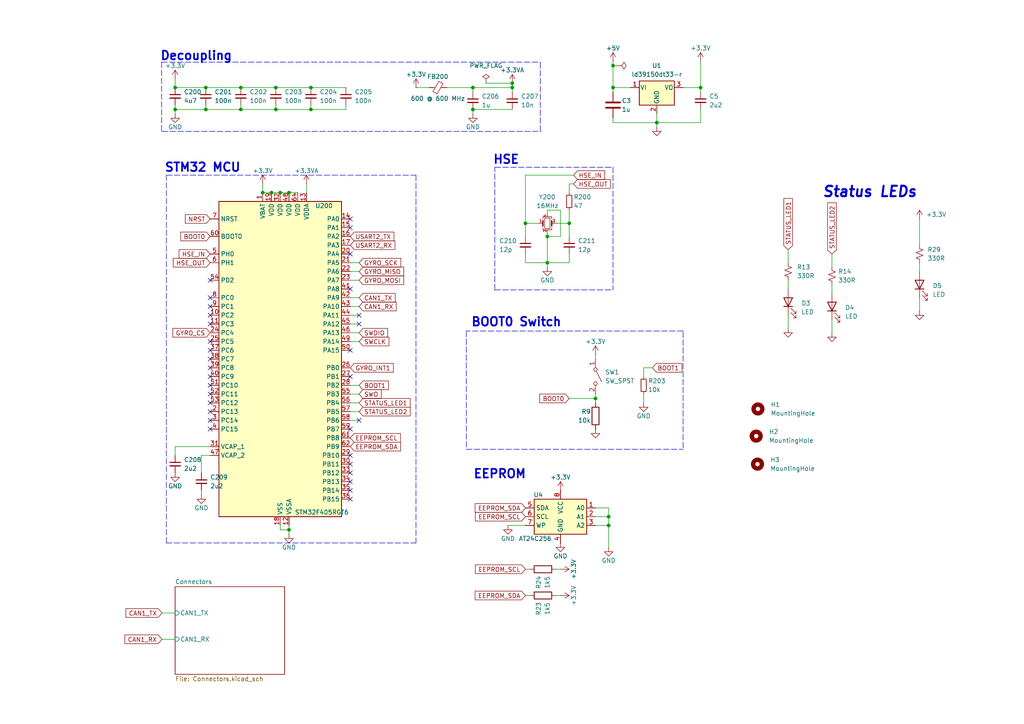
<source format=kicad_sch>
(kicad_sch (version 20250114) (generator "eeschema") (generator_version "9.0")
  (paper "A4")
  (title_block (title "STM32_Sensor_MX") (date "2025-06-03") (rev "1.0"))
  (lib_symbols
    (symbol "Device:C" (pin_numbers (hide yes)) (pin_names (offset 0.254))
      (property "Reference" "C" (at 0.635 2.54 0))
      (property "Value" "C" (at 0.635 -2.54 0))
      (symbol "C_0_1"
        (polyline (pts (xy -2.032 0.762) (xy 2.032 0.762)) (stroke (width 0.508)))
        (polyline (pts (xy -2.032 -0.762) (xy 2.032 -0.762)) (stroke (width 0.508)))
      )
      (symbol "C_1_1"
        (pin passive line (at 0 3.81 270) (length 2.794) (name "~") (number "1"))
        (pin passive line (at 0 -3.81 90) (length 2.794) (name "~") (number "2"))
      )
    )
    (symbol "Device:C_Small" (pin_numbers (hide yes)) (pin_names (offset 0.254) (hide yes))
      (property "Reference" "C" (at 0.254 1.778 0))
      (property "Value" "C_Small" (at 0.254 -2.032 0))
      (symbol "C_Small_0_1"
        (polyline (pts (xy -1.524 0.508) (xy 1.524 0.508)) (stroke (width 0.3048)))
        (polyline (pts (xy -1.524 -0.508) (xy 1.524 -0.508)) (stroke (width 0.3302)))
      )
      (symbol "C_Small_1_1"
        (pin passive line (at 0 2.54 270) (length 2.032) (name "~") (number "1"))
        (pin passive line (at 0 -2.54 90) (length 2.032) (name "~") (number "2"))
      )
    )
    (symbol "Device:Crystal_GND24_Small" (pin_names (offset 1.016) (hide yes))
      (property "Reference" "Y" (at 1.27 4.445 0))
      (property "Value" "Crystal_GND24_Small" (at 1.27 2.54 0))
      (symbol "Crystal_GND24_Small_0_1"
        (polyline (pts (xy -1.27 1.27) (xy -1.27 1.905) (xy 1.27 1.905) (xy 1.27 1.27)))
        (polyline (pts (xy -1.27 -0.762) (xy -1.27 0.762)) (stroke (width 0.381)))
        (polyline (pts (xy -1.27 -1.27) (xy -1.27 -1.905) (xy 1.27 -1.905) (xy 1.27 -1.27)))
        (rectangle (start -0.762 -1.524) (end 0.762 1.524))
        (polyline (pts (xy 1.27 -0.762) (xy 1.27 0.762)) (stroke (width 0.381)))
      )
      (symbol "Crystal_GND24_Small_1_1"
        (pin passive line (at -2.54 0 0) (length 1.27) (name "1") (number "1"))
        (pin passive line (at 0 2.54 270) (length 0.635) (name "4") (number "4"))
        (pin passive line (at 0 -2.54 90) (length 0.635) (name "2") (number "2"))
        (pin passive line (at 2.54 0 180) (length 1.27) (name "3") (number "3"))
      )
    )
    (symbol "Device:FerriteBead_Small" (pin_numbers (hide yes)) (pin_names (offset 0))
      (property "Reference" "FB" (at 1.905 1.27 0))
      (property "Value" "FerriteBead_Small" (at 1.905 -1.27 0))
      (symbol "FerriteBead_Small_0_1"
        (polyline (pts (xy -1.8288 0.2794) (xy -1.1176 1.4986) (xy 1.8288 -0.2032) (xy 1.1176 -1.4224) (xy -1.8288 0.2794)))
        (polyline (pts (xy 0 0.889) (xy 0 1.2954)))
        (polyline (pts (xy 0 -1.27) (xy 0 -0.7874)))
      )
      (symbol "FerriteBead_Small_1_1"
        (pin passive line (at 0 2.54 270) (length 1.27) (name "~") (number "1"))
        (pin passive line (at 0 -2.54 90) (length 1.27) (name "~") (number "2"))
      )
    )
    (symbol "Device:LED" (pin_numbers (hide yes)) (pin_names (offset 1.016) (hide yes))
      (property "Reference" "D" (at 0 2.54 0))
      (property "Value" "LED" (at 0 -2.54 0))
      (symbol "LED_0_1"
        (polyline (pts (xy -3.048 -0.762) (xy -4.572 -2.286) (xy -3.81 -2.286) (xy -4.572 -2.286) (xy -4.572 -1.524)))
        (polyline (pts (xy -1.778 -0.762) (xy -3.302 -2.286) (xy -2.54 -2.286) (xy -3.302 -2.286) (xy -3.302 -1.524)))
        (polyline (pts (xy -1.27 0) (xy 1.27 0)))
        (polyline (pts (xy -1.27 -1.27) (xy -1.27 1.27)) (stroke (width 0.254)))
        (polyline (pts (xy 1.27 -1.27) (xy 1.27 1.27) (xy -1.27 0) (xy 1.27 -1.27)) (stroke (width 0.254)))
      )
      (symbol "LED_1_1"
        (pin passive line (at -3.81 0 0) (length 2.54) (name "K") (number "1"))
        (pin passive line (at 3.81 0 180) (length 2.54) (name "A") (number "2"))
      )
    )
    (symbol "Device:R" (pin_numbers (hide yes)) (pin_names (offset 0))
      (property "Reference" "R" (at 2.032 0 90))
      (property "Value" "R" (at 0 0 90))
      (symbol "R_0_1"
        (rectangle (start -1.016 -2.54) (end 1.016 2.54) (stroke (width 0.254)))
      )
      (symbol "R_1_1"
        (pin passive line (at 0 3.81 270) (length 1.27) (name "~") (number "1"))
        (pin passive line (at 0 -3.81 90) (length 1.27) (name "~") (number "2"))
      )
    )
    (symbol "Device:R_Small" (pin_numbers (hide yes)) (pin_names (offset 0.254) (hide yes))
      (property "Reference" "R" (at 0 0 90))
      (property "Value" "R_Small" (at 1.778 0 90))
      (symbol "R_Small_0_1"
        (rectangle (start -0.762 1.778) (end 0.762 -1.778) (stroke (width 0.2032)))
      )
      (symbol "R_Small_1_1"
        (pin passive line (at 0 2.54 270) (length 0.762) (name "~") (number "1"))
        (pin passive line (at 0 -2.54 90) (length 0.762) (name "~") (number "2"))
      )
    )
    (symbol "Device:R_Small_US" (pin_numbers (hide yes)) (pin_names (offset 0.254) (hide yes))
      (property "Reference" "R" (at 0.762 0.508 0))
      (property "Value" "R_Small_US" (at 0.762 -1.016 0))
      (symbol "R_Small_US_1_1"
        (polyline (pts (xy 0 1.524) (xy 1.016 1.143) (xy 0 0.762) (xy -1.016 0.381) (xy 0 0)))
        (polyline (pts (xy 0 0) (xy 1.016 -0.381) (xy 0 -0.762) (xy -1.016 -1.143) (xy 0 -1.524)))
        (pin passive line (at 0 2.54 270) (length 1.016) (name "~") (number "1"))
        (pin passive line (at 0 -2.54 90) (length 1.016) (name "~") (number "2"))
      )
    )
    (symbol "LED_3" (pin_numbers (hide yes)) (pin_names (offset 1.016) (hide yes))
      (property "Reference" "D" (at 0 2.54 0))
      (property "Value" "LED" (at 0 -2.54 0))
      (symbol "LED_3_0_1"
        (polyline (pts (xy -3.048 -0.762) (xy -4.572 -2.286) (xy -3.81 -2.286) (xy -4.572 -2.286) (xy -4.572 -1.524)))
        (polyline (pts (xy -1.778 -0.762) (xy -3.302 -2.286) (xy -2.54 -2.286) (xy -3.302 -2.286) (xy -3.302 -1.524)))
        (polyline (pts (xy -1.27 0) (xy 1.27 0)))
        (polyline (pts (xy -1.27 -1.27) (xy -1.27 1.27)) (stroke (width 0.254)))
        (polyline (pts (xy 1.27 -1.27) (xy 1.27 1.27) (xy -1.27 0) (xy 1.27 -1.27)) (stroke (width 0.254)))
      )
      (symbol "LED_3_1_1"
        (pin passive line (at -3.81 0 0) (length 2.54) (name "K") (number "1"))
        (pin passive line (at 3.81 0 180) (length 2.54) (name "A") (number "2"))
      )
    )
    (symbol "MCU_ST_STM32F4:STM32F405RGTx"
      (property "Reference" "U" (at -17.78 46.99 0))
      (property "Value" "STM32F405RGTx" (at 10.16 46.99 0))
      (symbol "STM32F405RGTx_0_1"
        (rectangle (start -17.78 -45.72) (end 17.78 45.72) (stroke (width 0.254)) (fill (type background)))
      )
      (symbol "STM32F405RGTx_1_1"
        (pin input line (at -20.32 40.64 0) (length 2.54) (name "NRST") (number "7"))
        (pin input line (at -20.32 35.56 0) (length 2.54) (name "BOOT0") (number "60"))
        (pin bidirectional line (at -20.32 30.48 0) (length 2.54) (name "PH0") (number "5"))
        (pin bidirectional line (at -20.32 27.94 0) (length 2.54) (name "PH1") (number "6"))
        (pin bidirectional line (at -20.32 22.86 0) (length 2.54) (name "PD2") (number "54"))
        (pin bidirectional line (at -20.32 17.78 0) (length 2.54) (name "PC0") (number "8"))
        (pin bidirectional line (at -20.32 15.24 0) (length 2.54) (name "PC1") (number "9"))
        (pin bidirectional line (at -20.32 12.7 0) (length 2.54) (name "PC2") (number "10"))
        (pin bidirectional line (at -20.32 10.16 0) (length 2.54) (name "PC3") (number "11"))
        (pin bidirectional line (at -20.32 7.62 0) (length 2.54) (name "PC4") (number "24"))
        (pin bidirectional line (at -20.32 5.08 0) (length 2.54) (name "PC5") (number "25"))
        (pin bidirectional line (at -20.32 2.54 0) (length 2.54) (name "PC6") (number "37"))
        (pin bidirectional line (at -20.32 0 0) (length 2.54) (name "PC7") (number "38"))
        (pin bidirectional line (at -20.32 -2.54 0) (length 2.54) (name "PC8") (number "39"))
        (pin bidirectional line (at -20.32 -5.08 0) (length 2.54) (name "PC9") (number "40"))
        (pin bidirectional line (at -20.32 -7.62 0) (length 2.54) (name "PC10") (number "51"))
        (pin bidirectional line (at -20.32 -10.16 0) (length 2.54) (name "PC11") (number "52"))
        (pin bidirectional line (at -20.32 -12.7 0) (length 2.54) (name "PC12") (number "53"))
        (pin bidirectional line (at -20.32 -15.24 0) (length 2.54) (name "PC13") (number "2"))
        (pin bidirectional line (at -20.32 -17.78 0) (length 2.54) (name "PC14") (number "3"))
        (pin bidirectional line (at -20.32 -20.32 0) (length 2.54) (name "PC15") (number "4"))
        (pin power_out line (at -20.32 -25.4 0) (length 2.54) (name "VCAP_1") (number "31"))
        (pin power_out line (at -20.32 -27.94 0) (length 2.54) (name "VCAP_2") (number "47"))
        (pin power_in line (at -5.08 48.26 270) (length 2.54) (name "VBAT") (number "1"))
        (pin power_in line (at -2.54 48.26 270) (length 2.54) (name "VDD") (number "19"))
        (pin power_in line (at 0 48.26 270) (length 2.54) (name "VDD") (number "32"))
        (pin power_in line (at 0 -48.26 90) (length 2.54) (name "VSS") (number "18"))
        (pin passive line (at 0 -48.26 90) (length 2.54) (hide yes) (name "VSS") (number "63"))
        (pin power_in line (at 2.54 48.26 270) (length 2.54) (name "VDD") (number "48"))
        (pin power_in line (at 2.54 -48.26 90) (length 2.54) (name "VSSA") (number "12"))
        (pin power_in line (at 5.08 48.26 270) (length 2.54) (name "VDD") (number "64"))
        (pin power_in line (at 7.62 48.26 270) (length 2.54) (name "VDDA") (number "13"))
        (pin bidirectional line (at 20.32 40.64 180) (length 2.54) (name "PA0") (number "14"))
        (pin bidirectional line (at 20.32 38.1 180) (length 2.54) (name "PA1") (number "15"))
        (pin bidirectional line (at 20.32 35.56 180) (length 2.54) (name "PA2") (number "16"))
        (pin bidirectional line (at 20.32 33.02 180) (length 2.54) (name "PA3") (number "17"))
        (pin bidirectional line (at 20.32 30.48 180) (length 2.54) (name "PA4") (number "20"))
        (pin bidirectional line (at 20.32 27.94 180) (length 2.54) (name "PA5") (number "21"))
        (pin bidirectional line (at 20.32 25.4 180) (length 2.54) (name "PA6") (number "22"))
        (pin bidirectional line (at 20.32 22.86 180) (length 2.54) (name "PA7") (number "23"))
        (pin bidirectional line (at 20.32 20.32 180) (length 2.54) (name "PA8") (number "41"))
        (pin bidirectional line (at 20.32 17.78 180) (length 2.54) (name "PA9") (number "42"))
        (pin bidirectional line (at 20.32 15.24 180) (length 2.54) (name "PA10") (number "43"))
        (pin bidirectional line (at 20.32 12.7 180) (length 2.54) (name "PA11") (number "44"))
        (pin bidirectional line (at 20.32 10.16 180) (length 2.54) (name "PA12") (number "45"))
        (pin bidirectional line (at 20.32 7.62 180) (length 2.54) (name "PA13") (number "46"))
        (pin bidirectional line (at 20.32 5.08 180) (length 2.54) (name "PA14") (number "49"))
        (pin bidirectional line (at 20.32 2.54 180) (length 2.54) (name "PA15") (number "50"))
        (pin bidirectional line (at 20.32 -2.54 180) (length 2.54) (name "PB0") (number "26"))
        (pin bidirectional line (at 20.32 -5.08 180) (length 2.54) (name "PB1") (number "27"))
        (pin bidirectional line (at 20.32 -7.62 180) (length 2.54) (name "PB2") (number "28"))
        (pin bidirectional line (at 20.32 -10.16 180) (length 2.54) (name "PB3") (number "55"))
        (pin bidirectional line (at 20.32 -12.7 180) (length 2.54) (name "PB4") (number "56"))
        (pin bidirectional line (at 20.32 -15.24 180) (length 2.54) (name "PB5") (number "57"))
        (pin bidirectional line (at 20.32 -17.78 180) (length 2.54) (name "PB6") (number "58"))
        (pin bidirectional line (at 20.32 -20.32 180) (length 2.54) (name "PB7") (number "59"))
        (pin bidirectional line (at 20.32 -22.86 180) (length 2.54) (name "PB8") (number "61"))
        (pin bidirectional line (at 20.32 -25.4 180) (length 2.54) (name "PB9") (number "62"))
        (pin bidirectional line (at 20.32 -27.94 180) (length 2.54) (name "PB10") (number "29"))
        (pin bidirectional line (at 20.32 -30.48 180) (length 2.54) (name "PB11") (number "30"))
        (pin bidirectional line (at 20.32 -33.02 180) (length 2.54) (name "PB12") (number "33"))
        (pin bidirectional line (at 20.32 -35.56 180) (length 2.54) (name "PB13") (number "34"))
        (pin bidirectional line (at 20.32 -38.1 180) (length 2.54) (name "PB14") (number "35"))
        (pin bidirectional line (at 20.32 -40.64 180) (length 2.54) (name "PB15") (number "36"))
      )
    )
    (symbol "Mechanical:MountingHole" (pin_names (offset 1.016)) (in_bom no)
      (property "Reference" "H" (at 0 5.08 0))
      (property "Value" "MountingHole" (at 0 3.175 0))
      (symbol "MountingHole_0_1"
        (circle (center 0 0) (radius 1.27) (stroke (width 1.27)))
      )
    )
    (symbol "Memory_EEPROM:CAT24C256"
      (property "Reference" "U" (at -6.35 6.35 0))
      (property "Value" "CAT24C256" (at 1.27 6.35 0))
      (symbol "CAT24C256_1_1"
        (rectangle (start -7.62 5.08) (end 7.62 -5.08) (stroke (width 0.254)) (fill (type background)))
        (pin input line (at -10.16 2.54 0) (length 2.54) (name "A0") (number "1"))
        (pin input line (at -10.16 0 0) (length 2.54) (name "A1") (number "2"))
        (pin input line (at -10.16 -2.54 0) (length 2.54) (name "A2") (number "3"))
        (pin power_in line (at 0 7.62 270) (length 2.54) (name "VCC") (number "8"))
        (pin power_in line (at 0 -7.62 90) (length 2.54) (name "GND") (number "4"))
        (pin bidirectional line (at 10.16 2.54 180) (length 2.54) (name "SDA") (number "5"))
        (pin input line (at 10.16 0 180) (length 2.54) (name "SCL") (number "6"))
        (pin input line (at 10.16 -2.54 180) (length 2.54) (name "WP") (number "7"))
      )
    )
    (symbol "Switch:SW_SPST" (pin_names (offset 0) (hide yes))
      (property "Reference" "SW" (at 0 3.175 0))
      (property "Value" "SW_SPST" (at 0 -2.54 0))
      (symbol "SW_SPST_0_0"
        (circle (center -2.032 0) (radius 0.508))
        (polyline (pts (xy -1.524 0.254) (xy 1.524 1.778)))
        (circle (center 2.032 0) (radius 0.508))
      )
      (symbol "SW_SPST_1_1"
        (pin passive line (at -5.08 0 0) (length 2.54) (name "A") (number "1"))
        (pin passive line (at 5.08 0 180) (length 2.54) (name "B") (number "2"))
      )
    )
    (symbol "common:ld39150dt33-r" (pin_names (offset 0.254))
      (property "Reference" "U" (at -3.81 3.175 0))
      (property "Value" "ld39150dt33-r" (at 0 3.175 0))
      (symbol "ld39150dt33-r_0_1"
        (rectangle (start -5.08 -5.08) (end 5.08 1.905) (stroke (width 0.254)) (fill (type background)))
      )
      (symbol "ld39150dt33-r_1_1"
        (pin power_in line (at -7.62 0 0) (length 2.54) (name "VI") (number "1"))
        (pin power_in line (at 0 -7.62 90) (length 2.54) (name "GND") (number "2"))
        (pin power_out line (at 7.62 0 180) (length 2.54) (name "VO") (number "3"))
      )
    )
    (symbol "power:+3.3V" (power) (pin_numbers (hide yes)) (pin_names (offset 0) (hide yes))
      (property "Value" "+3.3V" (at 0 3.556 0))
      (symbol "+3.3V_0_1"
        (polyline (pts (xy -0.762 1.27) (xy 0 2.54)))
        (polyline (pts (xy 0 2.54) (xy 0.762 1.27)))
        (polyline (pts (xy 0 0) (xy 0 2.54)))
      )
      (symbol "+3.3V_1_1"
        (pin power_in line (at 0 0 90) (length 0) (name "~") (number "1"))
      )
    )
    (symbol "power:+3.3VA" (power) (pin_numbers (hide yes)) (pin_names (offset 0) (hide yes))
      (property "Value" "+3.3VA" (at 0 3.556 0))
      (symbol "+3.3VA_0_1"
        (polyline (pts (xy -0.762 1.27) (xy 0 2.54)))
        (polyline (pts (xy 0 2.54) (xy 0.762 1.27)))
        (polyline (pts (xy 0 0) (xy 0 2.54)))
      )
      (symbol "+3.3VA_1_1"
        (pin power_in line (at 0 0 90) (length 0) (name "~") (number "1"))
      )
    )
    (symbol "power:+3V3" (power) (pin_numbers (hide yes)) (pin_names (offset 0) (hide yes))
      (property "Value" "+3V3" (at 0 3.556 0))
      (symbol "+3V3_0_1"
        (polyline (pts (xy -0.762 1.27) (xy 0 2.54)))
        (polyline (pts (xy 0 2.54) (xy 0.762 1.27)))
        (polyline (pts (xy 0 0) (xy 0 2.54)))
      )
      (symbol "+3V3_1_1"
        (pin power_in line (at 0 0 90) (length 0) (name "~") (number "1"))
      )
    )
    (symbol "power:+5V" (power) (pin_numbers (hide yes)) (pin_names (offset 0) (hide yes))
      (property "Value" "+5V" (at 0 3.556 0))
      (symbol "+5V_0_1"
        (polyline (pts (xy -0.762 1.27) (xy 0 2.54)))
        (polyline (pts (xy 0 2.54) (xy 0.762 1.27)))
        (polyline (pts (xy 0 0) (xy 0 2.54)))
      )
      (symbol "+5V_1_1"
        (pin power_in line (at 0 0 90) (length 0) (name "~") (number "1"))
      )
    )
    (symbol "power:GND" (power) (pin_numbers (hide yes)) (pin_names (offset 0) (hide yes))
      (property "Value" "GND" (at 0 -3.81 0))
      (symbol "GND_0_1"
        (polyline (pts (xy 0 0) (xy 0 -1.27) (xy 1.27 -1.27) (xy 0 -2.54) (xy -1.27 -1.27) (xy 0 -1.27)))
      )
      (symbol "GND_1_1"
        (pin power_in line (at 0 0 270) (length 0) (name "~") (number "1"))
      )
    )
    (symbol "power:PWR_FLAG" (power) (pin_numbers (hide yes)) (pin_names (offset 0) (hide yes))
      (property "Value" "PWR_FLAG" (at 0 3.81 0))
      (symbol "PWR_FLAG_0_0"
        (pin power_out line (at 0 0 90) (length 0) (name "~") (number "1"))
      )
      (symbol "PWR_FLAG_0_1"
        (polyline (pts (xy 0 0) (xy 0 1.27) (xy -1.016 1.905) (xy 0 2.54) (xy 1.016 1.905) (xy 0 1.27)))
      )
    )
  )
  (text "HSE" (at 142.875 47.879 0) (effects (font (size 2.4892 2.4892) (thickness 0.4978) (bold yes)) (justify left bottom)))
  (text "Status LEDs" (at 238.379 57.531 0) (effects (font (size 3 3) (bold yes) (italic yes)) (justify left bottom)))
  (text "STM32 MCU" (at 47.625 50.165 0) (effects (font (size 2.4892 2.4892) (thickness 0.4978) (bold yes)) (justify left bottom)))
  (text "BOOT0 Switch" (at 136.525 94.996 0) (effects (font (size 2.4892 2.4892) (thickness 0.4978) (bold yes)) (justify left bottom)))
  (text "EEPROM\n" (at 137.16 139.065 0) (effects (font (size 2.4892 2.4892) (thickness 0.4978) (bold yes)) (justify left bottom)))
  (text "Decoupling" (at 46.355 17.78 0) (effects (font (size 2.4892 2.4892) (thickness 0.4978) (bold yes)) (justify left bottom)))
  (junction (at 83.82 153.67))
  (junction (at 83.82 55.88))
  (junction (at 152.4 64.77))
  (junction (at 80.01 31.75))
  (junction (at 69.85 31.75))
  (junction (at 148.59 24.13))
  (junction (at 81.28 55.88))
  (junction (at 76.2 55.88))
  (junction (at 148.59 25.4))
  (junction (at 190.5 35.56))
  (junction (at 50.8 25.4))
  (junction (at 172.72 115.57))
  (junction (at 78.74 55.88))
  (junction (at 137.16 25.4))
  (junction (at 59.69 25.4))
  (junction (at 80.01 25.4))
  (junction (at 177.8 19.05))
  (junction (at 176.53 152.4))
  (junction (at 158.75 68.58))
  (junction (at 50.8 31.75))
  (junction (at 203.2 25.4))
  (junction (at 176.53 149.86))
  (junction (at 90.17 31.75))
  (junction (at 158.75 76.2))
  (junction (at 165.1 64.77))
  (junction (at 177.8 25.4))
  (junction (at 137.16 31.75))
  (junction (at 69.85 25.4))
  (junction (at 90.17 25.4))
  (junction (at 59.69 31.75))
  (no_connect (at 101.6 139.7))
  (no_connect (at 60.96 121.92))
  (no_connect (at 60.96 99.06))
  (no_connect (at 60.96 81.28))
  (no_connect (at 60.96 114.3))
  (no_connect (at 104.14 121.92))
  (no_connect (at 101.6 142.24))
  (no_connect (at 101.6 132.08))
  (no_connect (at 60.96 111.76))
  (no_connect (at 60.96 88.9))
  (no_connect (at 60.96 109.22))
  (no_connect (at 101.6 144.78))
  (no_connect (at 101.6 83.82))
  (no_connect (at 60.96 86.36))
  (no_connect (at 101.6 101.6))
  (no_connect (at 101.6 66.04))
  (no_connect (at 104.14 93.98))
  (no_connect (at 60.96 124.46))
  (no_connect (at 101.6 134.62))
  (no_connect (at 60.96 91.44))
  (no_connect (at 60.96 101.6))
  (no_connect (at 60.96 104.14))
  (no_connect (at 60.96 119.38))
  (no_connect (at 104.14 91.44))
  (no_connect (at 101.6 63.5))
  (no_connect (at 101.6 109.22))
  (no_connect (at 101.6 73.66))
  (no_connect (at 60.96 106.68))
  (no_connect (at 60.96 116.84))
  (no_connect (at 60.96 93.98))
  (no_connect (at 101.6 137.16))
  (no_connect (at 101.6 124.46))
  (wire (pts (xy 203.2 31.75) (xy 203.2 35.56)))
  (wire (pts (xy 69.85 30.48) (xy 69.85 31.75)))
  (wire (pts (xy 228.6 72.39) (xy 228.6 76.2)))
  (polyline (pts (xy 198.12 96.012) (xy 135.255 96.012)) (stroke (width 0) (type dash)))
  (polyline (pts (xy 177.8 48.514) (xy 177.8 84.074)) (stroke (width 0) (type dash)))
  (wire (pts (xy 152.4 50.8) (xy 152.4 64.77)))
  (wire (pts (xy 177.8 17.78) (xy 177.8 19.05)))
  (wire (pts (xy 80.01 31.75) (xy 90.17 31.75)))
  (wire (pts (xy 148.59 24.13) (xy 148.59 25.4)))
  (wire (pts (xy 58.42 143.51) (xy 58.42 142.24)))
  (wire (pts (xy 172.72 152.4) (xy 176.53 152.4)))
  (wire (pts (xy 101.6 88.9) (xy 104.14 88.9)))
  (wire (pts (xy 176.53 147.32) (xy 176.53 149.86)))
  (wire (pts (xy 177.8 35.56) (xy 190.5 35.56)))
  (wire (pts (xy 165.1 60.96) (xy 165.1 64.77)))
  (wire (pts (xy 59.69 31.75) (xy 69.85 31.75)))
  (wire (pts (xy 152.4 76.2) (xy 152.4 73.66)))
  (polyline (pts (xy 143.51 48.514) (xy 177.8 48.514)) (stroke (width 0) (type dash)))
  (wire (pts (xy 137.16 25.4) (xy 148.59 25.4)))
  (polyline (pts (xy 48.26 50.8) (xy 120.65 50.8)) (stroke (width 0) (type dash)))
  (wire (pts (xy 166.37 53.34) (xy 165.1 53.34)))
  (polyline (pts (xy 48.26 157.48) (xy 120.65 157.48)) (stroke (width 0) (type dash)))
  (wire (pts (xy 101.6 76.2) (xy 104.14 76.2)))
  (wire (pts (xy 228.6 91.44) (xy 228.6 95.25)))
  (wire (pts (xy 172.72 104.14) (xy 172.72 102.87)))
  (wire (pts (xy 50.8 22.86) (xy 50.8 25.4)))
  (wire (pts (xy 165.1 115.57) (xy 172.72 115.57)))
  (wire (pts (xy 101.6 114.3) (xy 104.14 114.3)))
  (wire (pts (xy 176.53 152.4) (xy 176.53 158.75)))
  (wire (pts (xy 69.85 25.4) (xy 80.01 25.4)))
  (wire (pts (xy 88.9 53.34) (xy 88.9 55.88)))
  (wire (pts (xy 152.4 68.58) (xy 152.4 64.77)))
  (wire (pts (xy 186.69 106.68) (xy 186.69 109.22)))
  (wire (pts (xy 266.7 63.5) (xy 266.7 71.12)))
  (polyline (pts (xy 135.255 130.302) (xy 198.12 130.302)) (stroke (width 0) (type dash)))
  (wire (pts (xy 58.42 132.08) (xy 58.42 137.16)))
  (wire (pts (xy 177.8 25.4) (xy 182.88 25.4)))
  (wire (pts (xy 76.2 53.34) (xy 76.2 55.88)))
  (wire (pts (xy 177.8 35.56) (xy 177.8 34.29)))
  (wire (pts (xy 83.82 153.67) (xy 83.82 154.94)))
  (wire (pts (xy 158.75 68.58) (xy 158.75 67.31)))
  (wire (pts (xy 179.07 19.05) (xy 177.8 19.05)))
  (wire (pts (xy 241.3 82.55) (xy 241.3 85.09)))
  (wire (pts (xy 162.56 172.72) (xy 161.29 172.72)))
  (polyline (pts (xy 46.863 18.034) (xy 46.863 38.1)) (stroke (width 0) (type dash)))
  (wire (pts (xy 83.82 153.67) (xy 81.28 153.67)))
  (wire (pts (xy 203.2 25.4) (xy 203.2 26.67)))
  (wire (pts (xy 46.99 185.42) (xy 50.8 185.42)))
  (wire (pts (xy 90.17 31.75) (xy 100.33 31.75)))
  (wire (pts (xy 81.28 153.67) (xy 81.28 152.4)))
  (wire (pts (xy 172.72 115.57) (xy 172.72 114.3)))
  (wire (pts (xy 176.53 149.86) (xy 172.72 149.86)))
  (wire (pts (xy 203.2 17.78) (xy 203.2 25.4)))
  (wire (pts (xy 81.28 55.88) (xy 83.82 55.88)))
  (polyline (pts (xy 46.99 38.1) (xy 156.845 38.1)) (stroke (width 0) (type dash)))
  (polyline (pts (xy 46.863 18.034) (xy 156.718 18.034)) (stroke (width 0) (type dash)))
  (wire (pts (xy 90.17 25.4) (xy 100.33 25.4)))
  (wire (pts (xy 50.8 31.75) (xy 50.8 30.48)))
  (wire (pts (xy 101.6 121.92) (xy 104.14 121.92)))
  (wire (pts (xy 165.1 64.77) (xy 161.29 64.77)))
  (polyline (pts (xy 120.65 50.8) (xy 120.65 157.48)) (stroke (width 0) (type dash)))
  (wire (pts (xy 186.69 106.68) (xy 189.23 106.68)))
  (wire (pts (xy 162.56 165.1) (xy 161.29 165.1)))
  (polyline (pts (xy 143.51 84.074) (xy 143.51 48.514)) (stroke (width 0) (type dash)))
  (wire (pts (xy 101.6 91.44) (xy 104.14 91.44)))
  (polyline (pts (xy 198.12 129.921) (xy 198.12 95.631)) (stroke (width 0) (type dash)))
  (wire (pts (xy 266.7 76.2) (xy 266.7 78.74)))
  (wire (pts (xy 50.8 132.08) (xy 50.8 129.54)))
  (wire (pts (xy 137.16 26.67) (xy 137.16 25.4)))
  (wire (pts (xy 228.6 81.28) (xy 228.6 83.82)))
  (wire (pts (xy 101.6 119.38) (xy 104.14 119.38)))
  (wire (pts (xy 241.3 73.66) (xy 241.3 77.47)))
  (wire (pts (xy 147.32 152.4) (xy 152.4 152.4)))
  (wire (pts (xy 152.4 50.8) (xy 166.37 50.8)))
  (wire (pts (xy 172.72 147.32) (xy 176.53 147.32)))
  (wire (pts (xy 137.16 25.4) (xy 129.54 25.4)))
  (wire (pts (xy 158.75 76.2) (xy 152.4 76.2)))
  (wire (pts (xy 83.82 55.88) (xy 86.36 55.88)))
  (wire (pts (xy 162.56 68.58) (xy 158.75 68.58)))
  (wire (pts (xy 177.8 25.4) (xy 177.8 26.67)))
  (wire (pts (xy 190.5 36.83) (xy 190.5 35.56)))
  (wire (pts (xy 165.1 76.2) (xy 165.1 73.66)))
  (wire (pts (xy 165.1 68.58) (xy 165.1 64.77)))
  (wire (pts (xy 152.4 172.72) (xy 153.67 172.72)))
  (wire (pts (xy 101.6 116.84) (xy 104.14 116.84)))
  (wire (pts (xy 177.8 19.05) (xy 177.8 25.4)))
  (wire (pts (xy 90.17 31.75) (xy 90.17 30.48)))
  (wire (pts (xy 101.6 86.36) (xy 104.14 86.36)))
  (wire (pts (xy 101.6 99.06) (xy 104.14 99.06)))
  (wire (pts (xy 60.96 132.08) (xy 58.42 132.08)))
  (wire (pts (xy 101.6 111.76) (xy 104.14 111.76)))
  (wire (pts (xy 137.16 31.75) (xy 148.59 31.75)))
  (wire (pts (xy 50.8 33.02) (xy 50.8 31.75)))
  (wire (pts (xy 137.16 31.75) (xy 137.16 33.02)))
  (wire (pts (xy 190.5 33.02) (xy 190.5 35.56)))
  (polyline (pts (xy 143.51 84.074) (xy 177.8 84.074)) (stroke (width 0) (type dash)))
  (wire (pts (xy 158.75 62.23) (xy 158.75 60.96)))
  (wire (pts (xy 176.53 149.86) (xy 176.53 152.4)))
  (wire (pts (xy 59.69 30.48) (xy 59.69 31.75)))
  (wire (pts (xy 46.99 177.8) (xy 50.8 177.8)))
  (wire (pts (xy 152.4 64.77) (xy 156.21 64.77)))
  (wire (pts (xy 50.8 25.4) (xy 59.69 25.4)))
  (wire (pts (xy 190.5 35.56) (xy 203.2 35.56)))
  (wire (pts (xy 78.74 55.88) (xy 81.28 55.88)))
  (wire (pts (xy 158.75 68.58) (xy 158.75 76.2)))
  (wire (pts (xy 158.75 60.96) (xy 162.56 60.96)))
  (wire (pts (xy 203.2 25.4) (xy 198.12 25.4)))
  (wire (pts (xy 50.8 129.54) (xy 60.96 129.54)))
  (wire (pts (xy 266.7 86.36) (xy 266.7 90.17)))
  (wire (pts (xy 148.59 26.67) (xy 148.59 25.4)))
  (wire (pts (xy 101.6 81.28) (xy 104.14 81.28)))
  (wire (pts (xy 186.69 114.3) (xy 186.69 116.84)))
  (wire (pts (xy 140.97 24.13) (xy 148.59 24.13)))
  (wire (pts (xy 101.6 78.74) (xy 104.14 78.74)))
  (wire (pts (xy 100.33 31.75) (xy 100.33 30.48)))
  (wire (pts (xy 241.3 92.71) (xy 241.3 96.52)))
  (polyline (pts (xy 135.255 96.012) (xy 135.255 130.302)) (stroke (width 0) (type dash)))
  (wire (pts (xy 101.6 93.98) (xy 104.14 93.98)))
  (wire (pts (xy 158.75 77.47) (xy 158.75 76.2)))
  (wire (pts (xy 80.01 25.4) (xy 90.17 25.4)))
  (wire (pts (xy 69.85 31.75) (xy 80.01 31.75)))
  (wire (pts (xy 165.1 53.34) (xy 165.1 55.88)))
  (wire (pts (xy 158.75 76.2) (xy 165.1 76.2)))
  (wire (pts (xy 162.56 60.96) (xy 162.56 68.58)))
  (wire (pts (xy 101.6 96.52) (xy 104.14 96.52)))
  (wire (pts (xy 59.69 25.4) (xy 69.85 25.4)))
  (polyline (pts (xy 48.26 157.48) (xy 48.26 50.8)) (stroke (width 0) (type dash)))
  (wire (pts (xy 83.82 153.67) (xy 83.82 152.4)))
  (polyline (pts (xy 156.718 38.1) (xy 156.718 18.034)) (stroke (width 0) (type dash)))
  (wire (pts (xy 152.4 165.1) (xy 153.67 165.1)))
  (wire (pts (xy 120.65 25.4) (xy 124.46 25.4)))
  (wire (pts (xy 80.01 30.48) (xy 80.01 31.75)))
  (wire (pts (xy 76.2 55.88) (xy 78.74 55.88)))
  (wire (pts (xy 172.72 116.84) (xy 172.72 115.57)))
  (wire (pts (xy 50.8 31.75) (xy 59.69 31.75)))
  (global_label "BOOT0" (shape input) (at 165.1 115.57 180) (property "Intersheetrefs" "${INTERSHEET_REFS}" (effects (hide yes))))
  (global_label "SWO" (shape input) (at 104.14 114.3 0) (property "Intersheetrefs" "${INTERSHEET_REFS}" (effects (hide yes))))
  (global_label "HSE_IN" (shape input) (at 60.96 73.66 180) (property "Intersheetrefs" "${INTERSHEET_REFS}" (effects (hide yes))))
  (global_label "CAN1_RX" (shape input) (at 46.99 185.42 180) (property "Intersheetrefs" "${INTERSHEET_REFS}" (effects (hide yes))))
  (global_label "NRST" (shape input) (at 60.96 63.5 180) (property "Intersheetrefs" "${INTERSHEET_REFS}" (effects (hide yes))))
  (global_label "SWCLK" (shape input) (at 104.14 99.06 0) (property "Intersheetrefs" "${INTERSHEET_REFS}" (effects (hide yes))))
  (global_label "CAN1_RX" (shape input) (at 104.14 88.9 0) (property "Intersheetrefs" "${INTERSHEET_REFS}" (effects (hide yes))))
  (global_label "GYRO_CS" (shape input) (at 60.96 96.52 180) (property "Intersheetrefs" "${INTERSHEET_REFS}" (effects (hide yes))))
  (global_label "EEPROM_SCL" (shape input) (at 152.4 149.86 180) (property "Intersheetrefs" "${INTERSHEET_REFS}" (effects (hide yes))))
  (global_label "HSE_OUT" (shape input) (at 166.37 53.34 0) (property "Intersheetrefs" "${INTERSHEET_REFS}" (effects (hide yes))))
  (global_label "GYRO_MISO" (shape input) (at 104.14 78.74 0) (property "Intersheetrefs" "${INTERSHEET_REFS}" (effects (hide yes))))
  (global_label "BOOT1" (shape input) (at 104.14 111.76 0) (property "Intersheetrefs" "${INTERSHEET_REFS}" (effects (hide yes))))
  (global_label "SWDIO" (shape input) (at 104.14 96.52 0) (property "Intersheetrefs" "${INTERSHEET_REFS}" (effects (hide yes))))
  (global_label "CAN1_TX" (shape input) (at 104.14 86.36 0) (property "Intersheetrefs" "${INTERSHEET_REFS}" (effects (hide yes))))
  (global_label "USART2_TX" (shape input) (at 101.6 68.58 0) (property "Intersheetrefs" "${INTERSHEET_REFS}" (effects (hide yes))))
  (global_label "STATUS_LED1" (shape input) (at 228.6 72.39 90) (property "Intersheetrefs" "${INTERSHEET_REFS}" (effects (hide yes))))
  (global_label "BOOT1" (shape input) (at 189.23 106.68 0) (property "Intersheetrefs" "${INTERSHEET_REFS}" (effects (hide yes))))
  (global_label "HSE_OUT" (shape input) (at 60.96 76.2 180) (property "Intersheetrefs" "${INTERSHEET_REFS}" (effects (hide yes))))
  (global_label "STATUS_LED2" (shape input) (at 104.14 119.38 0) (property "Intersheetrefs" "${INTERSHEET_REFS}" (effects (hide yes))))
  (global_label "EEPROM_SCL" (shape input) (at 101.6 127 0) (property "Intersheetrefs" "${INTERSHEET_REFS}" (effects (hide yes))))
  (global_label "EEPROM_SDA" (shape input) (at 101.6 129.54 0) (property "Intersheetrefs" "${INTERSHEET_REFS}" (effects (hide yes))))
  (global_label "EEPROM_SDA" (shape input) (at 152.4 147.32 180) (property "Intersheetrefs" "${INTERSHEET_REFS}" (effects (hide yes))))
  (global_label "STATUS_LED2" (shape input) (at 241.3 73.66 90) (property "Intersheetrefs" "${INTERSHEET_REFS}" (effects (hide yes))))
  (global_label "USART2_RX" (shape input) (at 101.6 71.12 0) (property "Intersheetrefs" "${INTERSHEET_REFS}" (effects (hide yes))))
  (global_label "GYRO_SCK" (shape input) (at 104.14 76.2 0) (property "Intersheetrefs" "${INTERSHEET_REFS}" (effects (hide yes))))
  (global_label "GYRO_INT1" (shape input) (at 101.6 106.68 0) (property "Intersheetrefs" "${INTERSHEET_REFS}" (effects (hide yes))))
  (global_label "HSE_IN" (shape input) (at 166.37 50.8 0) (property "Intersheetrefs" "${INTERSHEET_REFS}" (effects (hide yes))))
  (global_label "STATUS_LED1" (shape input) (at 104.14 116.84 0) (property "Intersheetrefs" "${INTERSHEET_REFS}" (effects (hide yes))))
  (global_label "CAN1_TX" (shape input) (at 46.99 177.8 180) (property "Intersheetrefs" "${INTERSHEET_REFS}" (effects (hide yes))))
  (global_label "EEPROM_SDA" (shape input) (at 152.4 172.72 180) (property "Intersheetrefs" "${INTERSHEET_REFS}" (effects (hide yes))))
  (global_label "BOOT0" (shape input) (at 60.96 68.58 180) (property "Intersheetrefs" "${INTERSHEET_REFS}" (effects (hide yes))))
  (global_label "GYRO_MOSI" (shape input) (at 104.14 81.28 0) (property "Intersheetrefs" "${INTERSHEET_REFS}" (effects (hide yes))))
  (global_label "EEPROM_SCL" (shape input) (at 152.4 165.1 180) (property "Intersheetrefs" "${INTERSHEET_REFS}" (effects (hide yes))))
  (symbol (lib_id "MCU_ST_STM32F4:STM32F405RGTx") (at 81.28 104.14 0) (unit 1)
    (property "Reference" "U200" (at 93.98 59.69 0))
    (property "Value" "STM32F405RGT6" (at 93.345 148.59 0))
    (property "Footprint" "Package_QFP:LQFP-64_10x10mm_P0.5mm" (effects (hide yes)))
    (property "Datasheet" "http://www.st.com/st-web-ui/static/active/en/resource/technical/document/datasheet/DM00037051.pdf" (effects (hide yes)))
    (property "LCSC Part #" "C15742" (effects (hide yes)))
  )
  (symbol (lib_id "power:GND") (at 83.82 154.94 0) (unit 1)
    (property "Reference" "#PWR019" (effects (hide yes)))
    (property "Value" "GND" (at 83.82 158.75 0))
    (property "Description" "Power symbol creates a global label with name \"GND\" , ground" (effects (hide yes)))
  )
  (symbol (lib_id "power:+3.3V") (at 76.2 53.34 0) (unit 1)
    (property "Reference" "#PWR018" (effects (hide yes)))
    (property "Value" "+3.3V" (at 76.2 49.53 0))
  )
  (symbol (lib_id "power:+3.3VA") (at 88.9 53.34 0) (unit 1)
    (property "Reference" "#PWR020" (effects (hide yes)))
    (property "Value" "+3.3VA" (at 88.9 49.53 0))
  )
  (symbol (lib_id "Device:C_Small") (at 58.42 139.7 0) (unit 1)
    (property "Reference" "C209" (at 60.96 138.43 0) (effects (justify left)))
    (property "Value" "2u2" (at 60.96 140.97 0) (effects (justify left)))
    (property "Footprint" "Capacitor_SMD:C_0603_1608Metric" (effects (hide yes)))
    (property "LCSC Part #" "C23630" (effects (hide yes)))
  )
  (symbol (lib_id "Device:C_Small") (at 50.8 134.62 0) (unit 1)
    (property "Reference" "C208" (at 53.34 133.35 0) (effects (justify left)))
    (property "Value" "2u2" (at 53.34 135.89 0) (effects (justify left)))
    (property "Footprint" "Capacitor_SMD:C_0603_1608Metric" (effects (hide yes)))
    (property "LCSC Part #" "C23630" (effects (hide yes)))
  )
  (symbol (lib_id "power:GND") (at 58.42 143.51 0) (unit 1)
    (property "Reference" "#PWR017" (effects (hide yes)))
    (property "Value" "GND" (at 58.42 147.32 0))
    (property "Description" "Power symbol creates a global label with name \"GND\" , ground" (effects (hide yes)))
  )
  (symbol (lib_id "power:GND") (at 50.8 137.16 0) (unit 1)
    (property "Reference" "#PWR016" (effects (hide yes)))
    (property "Value" "GND" (at 50.8 140.97 0))
    (property "Description" "Power symbol creates a global label with name \"GND\" , ground" (effects (hide yes)))
  )
  (symbol (lib_id "Device:C_Small") (at 50.8 27.94 0) (unit 1)
    (property "Reference" "C200" (at 53.34 26.67 0) (effects (justify left)))
    (property "Value" "4u7" (at 53.34 29.21 0) (effects (justify left)))
    (property "Footprint" "Capacitor_SMD:C_0603_1608Metric" (effects (hide yes)))
    (property "LCSC Part #" "C19666" (effects (hide yes)))
  )
  (symbol (lib_id "Device:C_Small") (at 59.69 27.94 0) (unit 1)
    (property "Reference" "C201" (at 62.23 26.67 0) (effects (justify left)))
    (property "Value" "100n" (at 62.23 29.21 0) (effects (justify left)))
    (property "Footprint" "Capacitor_SMD:C_0402_1005Metric" (effects (hide yes)))
    (property "LCSC Part #" "C1525" (effects (hide yes)))
  )
  (symbol (lib_id "Device:C_Small") (at 69.85 27.94 0) (unit 1)
    (property "Reference" "C202" (at 72.39 26.67 0) (effects (justify left)))
    (property "Value" "100n" (at 72.39 29.21 0) (effects (justify left)))
    (property "Footprint" "Capacitor_SMD:C_0402_1005Metric" (effects (hide yes)))
    (property "LCSC Part #" "C1525" (effects (hide yes)))
  )
  (symbol (lib_id "Device:C_Small") (at 80.01 27.94 0) (unit 1)
    (property "Reference" "C203" (at 82.55 26.67 0) (effects (justify left)))
    (property "Value" "100n" (at 82.55 29.21 0) (effects (justify left)))
    (property "Footprint" "Capacitor_SMD:C_0402_1005Metric" (effects (hide yes)))
    (property "LCSC Part #" "C1525" (effects (hide yes)))
  )
  (symbol (lib_id "Device:C_Small") (at 90.17 27.94 0) (unit 1)
    (property "Reference" "C204" (at 92.71 26.67 0) (effects (justify left)))
    (property "Value" "100n" (at 92.71 29.21 0) (effects (justify left)))
    (property "Footprint" "Capacitor_SMD:C_0402_1005Metric" (effects (hide yes)))
    (property "LCSC Part #" "C1525" (effects (hide yes)))
  )
  (symbol (lib_id "Device:C_Small") (at 100.33 27.94 0) (unit 1)
    (property "Reference" "C205" (at 102.87 26.67 0) (effects (justify left)))
    (property "Value" "100n" (at 102.87 29.21 0) (effects (justify left)))
    (property "Footprint" "Capacitor_SMD:C_0402_1005Metric" (effects (hide yes)))
    (property "LCSC Part #" "C1525" (effects (hide yes)))
  )
  (symbol (lib_id "power:+3.3V") (at 50.8 22.86 0) (unit 1)
    (property "Reference" "#PWR014" (effects (hide yes)))
    (property "Value" "+3.3V" (at 50.8 19.05 0))
  )
  (symbol (lib_id "power:GND") (at 50.8 33.02 0) (unit 1)
    (property "Reference" "#PWR015" (effects (hide yes)))
    (property "Value" "GND" (at 50.8 36.83 0))
    (property "Description" "Power symbol creates a global label with name \"GND\" , ground" (effects (hide yes)))
  )
  (symbol (lib_id "Device:FerriteBead_Small") (at 127 25.4 270) (unit 1)
    (property "Reference" "FB200" (at 127 22.225 90))
    (property "Value" "600 @ 600 MHz" (at 127 28.575 90))
    (property "Footprint" "Inductor_SMD:L_0805_2012Metric" (effects (hide yes)))
    (property "LCSC Part #" "C1017" (effects (hide yes)))
  )
  (symbol (lib_id "power:+3.3V") (at 120.65 25.4 0) (unit 1)
    (property "Reference" "#PWR021" (effects (hide yes)))
    (property "Value" "+3.3V" (at 120.65 21.59 0))
  )
  (symbol (lib_id "Device:C_Small") (at 137.16 29.21 0) (unit 1)
    (property "Reference" "C206" (at 139.7 27.94 0) (effects (justify left)))
    (property "Value" "1u" (at 139.7 30.48 0) (effects (justify left)))
    (property "Footprint" "Capacitor_SMD:C_0402_1005Metric" (effects (hide yes)))
    (property "LCSC Part #" "C52923" (effects (hide yes)))
  )
  (symbol (lib_id "Device:C_Small") (at 148.59 29.21 0) (unit 1)
    (property "Reference" "C207" (at 151.13 27.94 0) (effects (justify left)))
    (property "Value" "10n" (at 151.13 30.48 0) (effects (justify left)))
    (property "Footprint" "Capacitor_SMD:C_0402_1005Metric" (effects (hide yes)))
    (property "LCSC Part #" "C15195" (effects (hide yes)))
  )
  (symbol (lib_id "power:GND") (at 137.16 33.02 0) (unit 1)
    (property "Reference" "#PWR022" (effects (hide yes)))
    (property "Value" "GND" (at 137.16 36.83 0))
    (property "Description" "Power symbol creates a global label with name \"GND\" , ground" (effects (hide yes)))
  )
  (symbol (lib_id "Device:Crystal_GND24_Small") (at 158.75 64.77 0) (unit 1)
    (property "Reference" "Y200" (at 156.21 57.15 0) (effects (justify left)))
    (property "Value" "16MHz" (at 155.575 59.69 0) (effects (justify left)))
    (property "Footprint" "Crystal:Crystal_SMD_3225-4Pin_3.2x2.5mm" (effects (hide yes)))
    (property "LCSC Part #" "C13738" (effects (hide yes)))
  )
  (symbol (lib_id "Device:R_Small") (at 165.1 58.42 0) (unit 1)
    (property "Reference" "R200" (at 166.37 57.15 0) (effects (justify left)))
    (property "Value" "47" (at 166.37 59.69 0) (effects (justify left)))
    (property "Footprint" "Resistor_SMD:R_0402_1005Metric" (effects (hide yes)))
    (property "Description" "Resistor, small symbol" (effects (hide yes)))
    (property "LCSC Part #" "C25118" (effects (hide yes)))
  )
  (symbol (lib_id "Device:C_Small") (at 165.1 71.12 0) (unit 1)
    (property "Reference" "C211" (at 167.64 69.85 0) (effects (justify left)))
    (property "Value" "12p" (at 167.64 72.39 0) (effects (justify left)))
    (property "Footprint" "Capacitor_SMD:C_0402_1005Metric" (effects (hide yes)))
    (property "LCSC Part #" "C1547" (effects (hide yes)))
  )
  (symbol (lib_id "Device:C_Small") (at 152.4 71.12 0) (unit 1)
    (property "Reference" "C210" (at 144.78 69.85 0) (effects (justify left)))
    (property "Value" "12p" (at 144.78 72.39 0) (effects (justify left)))
    (property "Footprint" "Capacitor_SMD:C_0402_1005Metric" (effects (hide yes)))
    (property "LCSC Part #" "C1547" (effects (hide yes)))
  )
  (symbol (lib_id "power:GND") (at 158.75 77.47 0) (unit 1)
    (property "Reference" "#PWR024" (effects (hide yes)))
    (property "Value" "GND" (at 158.75 81.28 0))
    (property "Description" "Power symbol creates a global label with name \"GND\" , ground" (effects (hide yes)))
  )
  (symbol (lib_id "power:+3.3VA") (at 148.59 24.13 0) (unit 1)
    (property "Reference" "#PWR023" (effects (hide yes)))
    (property "Value" "+3.3VA" (at 148.59 20.32 0))
  )
  (symbol (lib_id "Device:R_Small") (at 186.69 111.76 0) (unit 1)
    (property "Reference" "R203" (at 187.96 110.49 0) (effects (justify left)))
    (property "Value" "10k" (at 187.96 113.03 0) (effects (justify left)))
    (property "Footprint" "Resistor_SMD:R_0402_1005Metric" (effects (hide yes)))
    (property "LCSC Part #" "C25744" (effects (hide yes)))
  )
  (symbol (lib_id "power:GND") (at 186.69 116.84 0) (unit 1)
    (property "Reference" "#PWR035" (effects (hide yes)))
    (property "Value" "GND" (at 186.69 120.65 0))
    (property "Description" "Power symbol creates a global label with name \"GND\" , ground" (effects (hide yes)))
  )
  (symbol (lib_id "Mechanical:MountingHole") (at 219.71 134.62 0) (unit 1) (in_bom no)
    (property "Reference" "H3" (at 223.393 133.3499 0) (effects (justify left)))
    (property "Value" "MountingHole" (at 223.393 135.8899 0) (effects (justify left)))
    (property "Footprint" "MountingHole:MountingHole_2mm" (effects (hide yes)))
    (property "Description" "Mounting Hole without connection" (effects (hide yes)))
  )
  (symbol (lib_id "Device:C") (at 177.8 30.48 0) (unit 1)
    (property "Reference" "C3" (at 180.34 29.21 0) (effects (justify left)))
    (property "Value" "1u" (at 180.34 31.75 0) (effects (justify left)))
    (property "Footprint" "Capacitor_SMD:C_0603_1608Metric" (effects (hide yes)))
    (property "Description" "Unpolarized capacitor" (effects (hide yes)))
  )
  (symbol (lib_id "Device:R_Small_US") (at 241.3 80.01 0) (unit 1)
    (property "Reference" "R14" (at 243.078 78.7399 0) (effects (justify left)))
    (property "Value" "330R" (at 243.078 81.2799 0) (effects (justify left)))
    (property "Footprint" "Resistor_SMD:R_0402_1005Metric" (effects (hide yes)))
  )
  (symbol (lib_id "power:GND") (at 241.3 96.52 0) (unit 1)
    (property "Reference" "#PWR038" (effects (hide yes)))
    (property "Value" "GND" (effects (hide yes)))
  )
  (symbol (lib_id "Device:C_Small") (at 203.2 29.21 0) (unit 1)
    (property "Reference" "C5" (at 205.74 27.94 0) (effects (justify left)))
    (property "Value" "2u2" (at 205.74 30.48 0) (effects (justify left)))
    (property "Footprint" "Capacitor_SMD:C_0603_1608Metric" (effects (hide yes)))
    (property "LCSC Part #" "C23630" (effects (hide yes)))
  )
  (symbol (lib_id "power:+3.3V") (at 266.7 63.5 0) (unit 1)
    (property "Reference" "#PWR040" (effects (hide yes)))
    (property "Value" "+3.3V" (at 268.605 62.2299 0) (effects (justify left)))
  )
  (symbol (lib_id "Device:R") (at 157.48 172.72 270) (unit 1)
    (property "Reference" "R23" (at 156.21 176.53 0))
    (property "Value" "1k5" (at 158.75 176.53 0))
    (property "Footprint" "Resistor_SMD:R_0805_2012Metric_Pad1.20x1.40mm_HandSolder" (effects (hide yes)))
  )
  (symbol (lib_id "power:+3V3") (at 203.2 17.78 0) (unit 1)
    (property "Reference" "#PWR05" (effects (hide yes)))
    (property "Value" "+3.3V" (at 203.2 13.97 0))
    (property "Description" "Power symbol creates a global label with name \"+3V3\"" (effects (hide yes)))
  )
  (symbol (lib_id "power:+3V3") (at 162.56 172.72 270) (unit 1)
    (property "Reference" "#PWR093" (effects (hide yes)))
    (property "Value" "+3.3V" (at 166.37 172.72 0))
  )
  (symbol (lib_id "power:+3V3") (at 162.56 165.1 270) (unit 1)
    (property "Reference" "#PWR06" (effects (hide yes)))
    (property "Value" "+3.3V" (at 166.37 165.1 0))
  )
  (symbol (lib_name "LED_3") (lib_id "Device:LED") (at 228.6 87.63 90) (unit 1)
    (property "Reference" "D3" (at 232.41 87.9474 90) (effects (justify right)))
    (property "Value" "LED" (at 232.41 90.4874 90) (effects (justify right)))
    (property "Footprint" "LED_SMD:LED_0402_1005Metric" (effects (hide yes)))
    (property "Description" "Light emitting diode" (effects (hide yes)))
    (property "Sim.Pins" "1=K 2=A" (effects (hide yes)))
  )
  (symbol (lib_id "Memory_EEPROM:CAT24C256") (at 162.56 149.86 0) (mirror y) (unit 1)
    (property "Reference" "U4" (at 157.48 143.51 0) (effects (justify left)))
    (property "Value" "AT24C256" (at 160.02 156.21 0) (effects (justify left)))
    (property "Footprint" "Package_SO:SOIC-8_3.9x4.9mm_P1.27mm" (effects (hide yes)))
    (property "Datasheet" "https://datasheet.lcsc.com/lcsc/2304140030_Microchip-Tech-AT24C256C-SSHL-T_C6482.pdf" (effects (hide yes)))
    (property "LCSC" "C6482" (effects (hide yes)))
  )
  (symbol (lib_id "power:GND") (at 266.7 90.17 0) (unit 1)
    (property "Reference" "#PWR028" (effects (hide yes)))
    (property "Value" "GND" (effects (hide yes)))
  )
  (symbol (lib_id "Device:R_Small_US") (at 266.7 73.66 0) (unit 1)
    (property "Reference" "R29" (at 268.986 72.3899 0) (effects (justify left)))
    (property "Value" "330R" (at 268.986 74.9299 0) (effects (justify left)))
    (property "Footprint" "Resistor_SMD:R_0402_1005Metric" (effects (hide yes)))
  )
  (symbol (lib_id "Device:R_Small_US") (at 228.6 78.74 0) (unit 1)
    (property "Reference" "R13" (at 231.14 77.4699 0) (effects (justify left)))
    (property "Value" "330R" (at 231.14 80.0099 0) (effects (justify left)))
    (property "Footprint" "Resistor_SMD:R_0402_1005Metric" (effects (hide yes)))
  )
  (symbol (lib_id "Mechanical:MountingHole") (at 219.329 126.492 0) (unit 1) (in_bom no)
    (property "Reference" "H2" (at 223.012 125.2219 0) (effects (justify left)))
    (property "Value" "MountingHole" (at 223.012 127.7619 0) (effects (justify left)))
    (property "Footprint" "MountingHole:MountingHole_2mm" (effects (hide yes)))
    (property "Description" "Mounting Hole without connection" (effects (hide yes)))
  )
  (symbol (lib_id "power:+3.3V") (at 162.56 142.24 0) (unit 1)
    (property "Reference" "#PWR04" (effects (hide yes)))
    (property "Value" "+3.3V" (at 162.56 138.43 0))
  )
  (symbol (lib_id "power:+5V") (at 177.8 17.78 0) (unit 1)
    (property "Reference" "#PWR03" (effects (hide yes)))
    (property "Value" "+5V" (at 177.8 13.97 0))
    (property "Description" "Power symbol creates a global label with name \"+5V\"" (effects (hide yes)))
  )
  (symbol (lib_id "power:PWR_FLAG") (at 140.97 24.13 0) (unit 1)
    (property "Reference" "#FLG02" (effects (hide yes)))
    (property "Value" "PWR_FLAG" (at 140.97 19.05 0))
    (property "Description" "Special symbol for telling ERC where power comes from" (effects (hide yes)))
  )
  (symbol (lib_id "Device:R") (at 157.48 165.1 270) (unit 1)
    (property "Reference" "R24" (at 156.21 168.91 0))
    (property "Value" "1k5" (at 158.75 168.91 0))
    (property "Footprint" "Resistor_SMD:R_0805_2012Metric_Pad1.20x1.40mm_HandSolder" (effects (hide yes)))
  )
  (symbol (lib_id "power:+3V3") (at 172.72 102.87 0) (unit 1)
    (property "Reference" "#PWR011" (effects (hide yes)))
    (property "Value" "+3.3V" (at 172.72 99.06 0))
    (property "Description" "Power symbol creates a global label with name \"+3V3\"" (effects (hide yes)))
  )
  (symbol (lib_id "power:GND") (at 190.5 36.83 0) (unit 1)
    (property "Reference" "#PWR07" (effects (hide yes)))
    (property "Value" "GND" (effects (hide yes)))
    (property "Description" "Power symbol creates a global label with name \"GND\" , ground" (effects (hide yes)))
  )
  (symbol (lib_id "Switch:SW_SPST") (at 172.72 109.22 270) (unit 1)
    (property "Reference" "SW1" (at 175.514 107.9499 90) (effects (justify left)))
    (property "Value" "SW_SPST" (at 175.514 110.4899 90) (effects (justify left)))
    (property "Footprint" "Button_Switch_SMD:SW_SPST_B3U-3000P-B" (effects (hide yes)))
    (property "Description" "Single Pole Single Throw (SPST) switch" (effects (hide yes)))
  )
  (symbol (lib_id "Mechanical:MountingHole") (at 219.837 118.618 0) (unit 1) (in_bom no)
    (property "Reference" "H1" (at 223.52 117.3479 0) (effects (justify left)))
    (property "Value" "MountingHole" (at 223.52 119.8879 0) (effects (justify left)))
    (property "Footprint" "MountingHole:MountingHole_2mm" (effects (hide yes)))
    (property "Description" "Mounting Hole without connection" (effects (hide yes)))
  )
  (symbol (lib_id "power:GND") (at 228.6 95.25 0) (unit 1)
    (property "Reference" "#PWR036" (effects (hide yes)))
    (property "Value" "GND" (effects (hide yes)))
  )
  (symbol (lib_id "power:GND") (at 147.32 152.4 0) (unit 1)
    (property "Reference" "#PWR01" (effects (hide yes)))
    (property "Value" "GND" (at 147.32 156.21 0))
    (property "Description" "Power symbol creates a global label with name \"GND\" , ground" (effects (hide yes)))
  )
  (symbol (lib_id "Device:LED") (at 241.3 88.9 90) (unit 1)
    (property "Reference" "D4" (at 245.11 89.2174 90) (effects (justify right)))
    (property "Value" "LED" (at 245.11 91.7574 90) (effects (justify right)))
    (property "Footprint" "LED_SMD:LED_0402_1005Metric" (effects (hide yes)))
    (property "Description" "Light emitting diode" (effects (hide yes)))
    (property "Sim.Pins" "1=K 2=A" (effects (hide yes)))
  )
  (symbol (lib_id "Device:LED") (at 266.7 82.55 90) (unit 1)
    (property "Reference" "D5" (at 270.51 82.8674 90) (effects (justify right)))
    (property "Value" "LED" (at 270.51 85.4074 90) (effects (justify right)))
    (property "Footprint" "LED_SMD:LED_0402_1005Metric" (effects (hide yes)))
    (property "Description" "Light emitting diode" (effects (hide yes)))
    (property "Sim.Pins" "1=K 2=A" (effects (hide yes)))
  )
  (symbol (lib_id "power:GND") (at 162.56 157.48 0) (mirror y) (unit 1)
    (property "Reference" "#PWR026" (effects (hide yes)))
    (property "Value" "GND" (at 162.56 161.29 0))
    (property "Description" "Power symbol creates a global label with name \"GND\" , ground" (effects (hide yes)))
  )
  (symbol (lib_id "common:ld39150dt33-r") (at 190.5 25.4 0) (unit 1)
    (property "Reference" "U1" (at 190.5 19.05 0))
    (property "Value" "ld39150dt33-r" (at 190.5 21.59 0))
    (property "Footprint" "common:to-252-2_dpak-2-leg" (effects (hide yes)))
    (property "Datasheet" "https://www.st.com/resource/en/datasheet/ld39150.pdf" (effects (hide yes)))
    (property "Description" "1.5A Ultra Low Dropout regulator, positive, 3.3V fixed output, TO-252" (effects (hide yes)))
    (property "Manufacturer" "STMicroelectronics" (effects (hide yes)))
    (property "Manufacturer Part Number" "LD39150DT33-R" (effects (hide yes)))
    (property "Distributor" "DigiKey" (effects (hide yes)))
    (property "Distributor Part Number" "497-6448-1-ND" (effects (hide yes)))
    (property "Distributor Link" "https://www.digikey.ca/en/products/detail/stmicroelectronics/LD39150DT33-R/1657323" (effects (hide yes)))
  )
  (symbol (lib_id "power:PWR_FLAG") (at 179.07 19.05 270) (unit 1)
    (property "Reference" "#FLG01" (effects (hide yes)))
    (property "Value" "PWR_FLAG" (effects (hide yes)))
    (property "Description" "Special symbol for telling ERC where power comes from" (effects (hide yes)))
  )
  (symbol (lib_id "power:GND") (at 172.72 124.46 0) (unit 1)
    (property "Reference" "#PWR012" (effects (hide yes)))
    (property "Value" "GND" (effects (hide yes)))
    (property "Description" "Power symbol creates a global label with name \"GND\" , ground" (effects (hide yes)))
  )
  (symbol (lib_id "power:GND") (at 176.53 158.75 0) (mirror y) (unit 1)
    (property "Reference" "#PWR027" (effects (hide yes)))
    (property "Value" "GND" (at 176.53 162.56 0))
    (property "Description" "Power symbol creates a global label with name \"GND\" , ground" (effects (hide yes)))
  )
  (symbol (lib_id "Device:R") (at 172.72 120.65 0) (unit 1)
    (property "Reference" "R9" (at 168.656 119.38 0) (effects (justify left)))
    (property "Value" "10k" (at 167.64 121.92 0) (effects (justify left)))
    (property "Footprint" "Resistor_SMD:R_0603_1608Metric" (effects (hide yes)))
    (property "Description" "Resistor" (effects (hide yes)))
  )
  (sheet (at 50.8 170.18) (size 31.75 25.4) (stroke (width 0.1524))
    (property "Sheetname" "Connectors" (at 50.8 169.4684 0) (effects (justify left bottom)))
    (property "Sheetfile" "Connectors.kicad_sch" (at 50.8 196.1646 0) (effects (justify left top)))
    (pin "CAN1_TX" input (at 50.8 177.8 180))
    (pin "CAN1_RX" input (at 50.8 185.42 180))
  )
)
</source>
